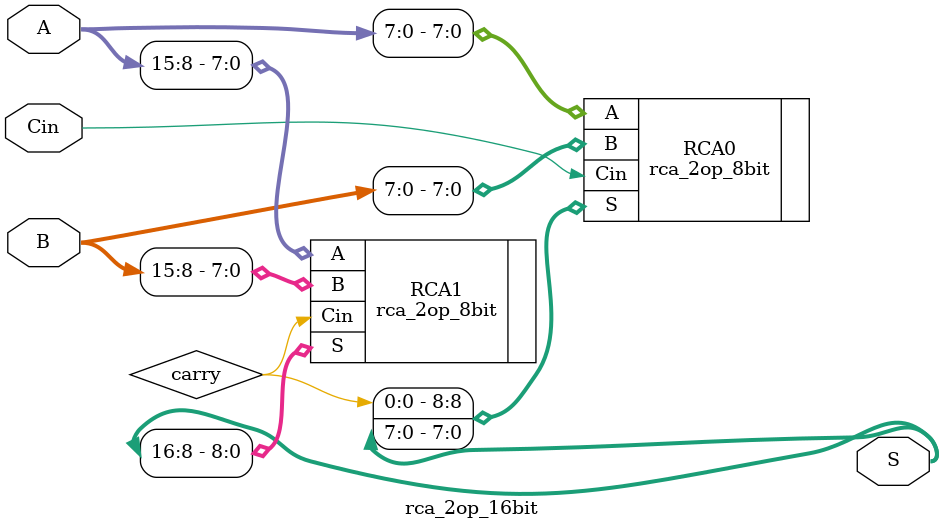
<source format=sv>
`timescale 1ns/1ps


module rca_2op_16bit (
    input  logic [15:0] A,
    input  logic [15:0] B,
    input  logic        Cin,
    output logic [16:0] S  // 17-bit output (16-bit sum + 1-bit final carry-out)
);

    // Internal Wire:
    // 'carry' is a 1-bit scalar wire used to connect the carry-out from the
    // lower 8-bit RCA (RCA0) to the carry-in of the upper 8-bit RCA (RCA1).
    // This forms the ripple-carry chain between the two 8-bit blocks.
    logic carry;

    // Instance 1: Lower 8-bit RCA (RCA0)
    // This handles the addition of the least significant 8 bits (A[7:0] and B[7:0]).
    // It takes the external Cin of the 16-bit adder.
    // The '.S' port of 'rca_2op_8bit' is 9 bits wide ({Cout, Sum[7:0]}).
    // Here, we split its output:
    rca_2op_8bit RCA0 (
        .A   (A[7:0]),  // Connects the lower 8 bits of operand A
        .B   (B[7:0]),  // Connects the lower 8 bits of operand B
        .Cin (Cin),     // Connects the external initial carry-in
        .S   ({carry, S[7:0]}) // The 9th bit (Cout) of RCA0 goes to 'carry' wire.
                               // The lower 8 bits (Sum) of RCA0 go to S[7:0] of the final 16-bit sum.
    );

    // Instance 2: Upper 8-bit RCA (RCA1)
    // This handles the addition of the most significant 8 bits (A[15:8] and B[15:8]).
    // Its carry-in is the carry-out from the lower 8-bit RCA (RCA0).
    // The '.S' port of 'rca_2op_8bit' is 9 bits wide ({Cout, Sum[7:0]}).
    // Here, we connect its output to the remaining bits of the final 16-bit sum:
    rca_2op_8bit RCA1 (
        .A   (A[15:8]),      // Connects the upper 8 bits of operand A
        .B   (B[15:8]),      // Connects the upper 8 bits of operand B
        .Cin (carry),        // Connects the carry-out from RCA0 as its carry-in
        .S   ({S[16], S[15:8]}) // The 9th bit (Cout) of RCA1 is the final carry-out for the entire 16-bit sum, assigned to S[16].
                                // The lower 8 bits (Sum) of RCA1 go to S[15:8] of the final 16-bit sum.
    );

endmodule


</source>
